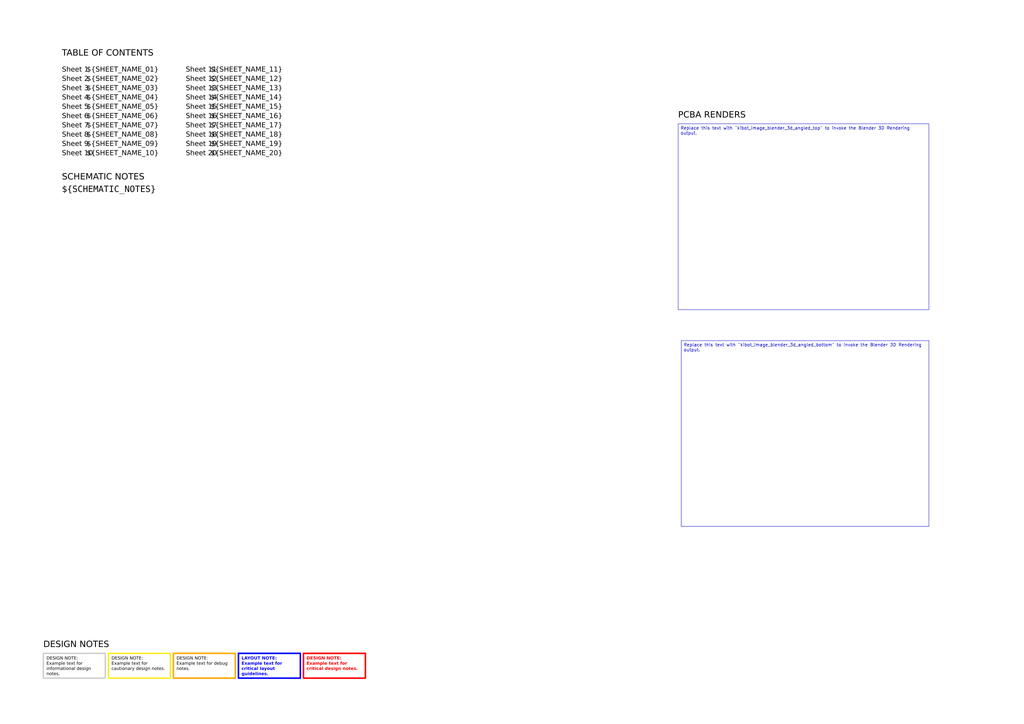
<source format=kicad_sch>
(kicad_sch
	(version 20250114)
	(generator "eeschema")
	(generator_version "9.0")
	(uuid "8bfb0b6c-9e3a-4761-bc1e-4eb40915aa0b")
	(paper "A3")
	(title_block
		(title "Title Page")
		(rev "${REVISION}")
		(company "${COMPANY}")
	)
	(lib_symbols)
	(text "${SHEET_NAME_10}"
		(exclude_from_sim no)
		(at 35.56 64.77 0)
		(effects
			(font
				(face "Arial Narrow")
				(size 2.032 2.032)
				(color 0 0 0 1)
			)
			(justify left bottom)
			(href "#10")
		)
		(uuid "0d8238a6-a26e-410a-a396-b84eb366acdd")
	)
	(text "Sheet 15"
		(exclude_from_sim no)
		(at 76.2 45.72 0)
		(effects
			(font
				(face "Arial Narrow")
				(size 2.032 2.032)
				(color 0 0 0 1)
			)
			(justify left bottom)
			(href "#15")
		)
		(uuid "12257cc1-f441-406a-b206-5f9f6abdae62")
	)
	(text "${SHEET_NAME_15}"
		(exclude_from_sim no)
		(at 86.36 45.72 0)
		(effects
			(font
				(face "Arial Narrow")
				(size 2.032 2.032)
				(color 0 0 0 1)
			)
			(justify left bottom)
			(href "#15")
		)
		(uuid "12cf5bc2-996e-4d2d-9d59-08f5928edc34")
	)
	(text "Sheet 16"
		(exclude_from_sim no)
		(at 76.2 49.53 0)
		(effects
			(font
				(face "Arial Narrow")
				(size 2.032 2.032)
				(color 0 0 0 1)
			)
			(justify left bottom)
			(href "#16")
		)
		(uuid "1f7fbefc-60b0-4ef1-a843-df27827f4a57")
	)
	(text "Sheet 11"
		(exclude_from_sim no)
		(at 76.2 30.48 0)
		(effects
			(font
				(face "Arial Narrow")
				(size 2.032 2.032)
				(color 0 0 0 1)
			)
			(justify left bottom)
			(href "#11")
		)
		(uuid "31c54666-5e5b-4c26-a755-807ffc9d912a")
	)
	(text "Sheet 19"
		(exclude_from_sim no)
		(at 76.2 60.96 0)
		(effects
			(font
				(face "Arial Narrow")
				(size 2.032 2.032)
				(color 0 0 0 1)
			)
			(justify left bottom)
			(href "#19")
		)
		(uuid "36a549fb-00fb-4d38-b358-b84e28b9afea")
	)
	(text "Sheet 17"
		(exclude_from_sim no)
		(at 76.2 53.34 0)
		(effects
			(font
				(face "Arial Narrow")
				(size 2.032 2.032)
				(color 0 0 0 1)
			)
			(justify left bottom)
			(href "#17")
		)
		(uuid "397c491c-915f-4dc9-be8f-a023d44ecaa4")
	)
	(text "Sheet 6"
		(exclude_from_sim no)
		(at 25.4 49.53 0)
		(effects
			(font
				(face "Arial Narrow")
				(size 2.032 2.032)
				(color 0 0 0 1)
			)
			(justify left bottom)
			(href "#6")
		)
		(uuid "3d430d38-1ba9-4a85-81eb-c55b6b4df09a")
	)
	(text "${SHEET_NAME_12}"
		(exclude_from_sim no)
		(at 86.36 34.29 0)
		(effects
			(font
				(face "Arial Narrow")
				(size 2.032 2.032)
				(color 0 0 0 1)
			)
			(justify left bottom)
			(href "#12")
		)
		(uuid "3e0737e6-d0e9-4d49-a0a1-2e7f24b692d4")
	)
	(text "${SHEET_NAME_19}"
		(exclude_from_sim no)
		(at 86.36 60.96 0)
		(effects
			(font
				(face "Arial Narrow")
				(size 2.032 2.032)
				(color 0 0 0 1)
			)
			(justify left bottom)
			(href "#19")
		)
		(uuid "4a4593ec-30ce-4058-b38e-4715dbb5513e")
	)
	(text "Sheet 3"
		(exclude_from_sim no)
		(at 25.4 38.1 0)
		(effects
			(font
				(face "Arial Narrow")
				(size 2.032 2.032)
				(color 0 0 0 1)
			)
			(justify left bottom)
			(href "#3")
		)
		(uuid "52c055ef-1235-44c3-bcc1-af0a77aeb5ec")
	)
	(text "${SHEET_NAME_07}"
		(exclude_from_sim no)
		(at 35.56 53.34 0)
		(effects
			(font
				(face "Arial Narrow")
				(size 2.032 2.032)
				(color 0 0 0 1)
			)
			(justify left bottom)
			(href "#7")
		)
		(uuid "52c1f26a-1bd8-46e4-8232-05acf4e428a5")
	)
	(text "Sheet 18"
		(exclude_from_sim no)
		(at 76.2 57.15 0)
		(effects
			(font
				(face "Arial Narrow")
				(size 2.032 2.032)
				(color 0 0 0 1)
			)
			(justify left bottom)
			(href "#18")
		)
		(uuid "58d3cb55-c0c9-4146-8f82-08b5635468c0")
	)
	(text "Sheet 1"
		(exclude_from_sim no)
		(at 25.4 30.48 0)
		(effects
			(font
				(face "Arial Narrow")
				(size 2.032 2.032)
				(color 0 0 0 1)
			)
			(justify left bottom)
			(href "#1")
		)
		(uuid "5ecc74bb-919a-476c-bd7f-9fecef959dfe")
	)
	(text "${SHEET_NAME_01}"
		(exclude_from_sim no)
		(at 35.56 30.48 0)
		(effects
			(font
				(face "Arial Narrow")
				(size 2.032 2.032)
				(color 0 0 0 1)
			)
			(justify left bottom)
			(href "#1")
		)
		(uuid "616a8d75-edc5-4fa1-b87d-1fabac30fcbc")
	)
	(text "${SHEET_NAME_02}"
		(exclude_from_sim no)
		(at 35.56 34.29 0)
		(effects
			(font
				(face "Arial Narrow")
				(size 2.032 2.032)
				(color 0 0 0 1)
			)
			(justify left bottom)
			(href "#2")
		)
		(uuid "6d436dbd-1cf6-4c61-b6c6-716b295a48a7")
	)
	(text "${SHEET_NAME_06}"
		(exclude_from_sim no)
		(at 35.56 49.53 0)
		(effects
			(font
				(face "Arial Narrow")
				(size 2.032 2.032)
				(color 0 0 0 1)
			)
			(justify left bottom)
			(href "#6")
		)
		(uuid "6d886c7c-2b93-4843-8180-1a80cc4028c0")
	)
	(text "${SHEET_NAME_03}"
		(exclude_from_sim no)
		(at 35.56 38.1 0)
		(effects
			(font
				(face "Arial Narrow")
				(size 2.032 2.032)
				(color 0 0 0 1)
			)
			(justify left bottom)
			(href "#3")
		)
		(uuid "6eebeec5-502b-4a22-851a-75421f457b86")
	)
	(text "${SHEET_NAME_18}"
		(exclude_from_sim no)
		(at 86.36 57.15 0)
		(effects
			(font
				(face "Arial Narrow")
				(size 2.032 2.032)
				(color 0 0 0 1)
			)
			(justify left bottom)
			(href "#18")
		)
		(uuid "74dfded3-150a-403d-bab4-4249652d2126")
	)
	(text "${SHEET_NAME_08}"
		(exclude_from_sim no)
		(at 35.56 57.15 0)
		(effects
			(font
				(face "Arial Narrow")
				(size 2.032 2.032)
				(color 0 0 0 1)
			)
			(justify left bottom)
			(href "#8")
		)
		(uuid "75704f4a-74dc-4dcc-9528-8e82f84cc12f")
	)
	(text "${SHEET_NAME_20}"
		(exclude_from_sim no)
		(at 86.36 64.77 0)
		(effects
			(font
				(face "Arial Narrow")
				(size 2.032 2.032)
				(color 0 0 0 1)
			)
			(justify left bottom)
			(href "#20")
		)
		(uuid "7ae381d0-130a-4840-8a49-73e0bcbe7b37")
	)
	(text "SCHEMATIC NOTES"
		(exclude_from_sim no)
		(at 25.4 74.93 0)
		(effects
			(font
				(face "Arial Narrow")
				(size 2.54 2.54)
				(color 0 0 0 1)
			)
			(justify left bottom)
		)
		(uuid "80cb4d06-1500-4227-86cb-d09e41384a4e")
	)
	(text "Sheet 12"
		(exclude_from_sim no)
		(at 76.2 34.29 0)
		(effects
			(font
				(face "Arial Narrow")
				(size 2.032 2.032)
				(color 0 0 0 1)
			)
			(justify left bottom)
			(href "#12")
		)
		(uuid "85c38101-b296-4cce-bd25-c66c8be77842")
	)
	(text "${SHEET_NAME_17}"
		(exclude_from_sim no)
		(at 86.36 53.34 0)
		(effects
			(font
				(face "Arial Narrow")
				(size 2.032 2.032)
				(color 0 0 0 1)
			)
			(justify left bottom)
			(href "#17")
		)
		(uuid "8710a76c-86f9-4860-91c6-f93270c02cbd")
	)
	(text "${SHEET_NAME_05}"
		(exclude_from_sim no)
		(at 35.56 45.72 0)
		(effects
			(font
				(face "Arial Narrow")
				(size 2.032 2.032)
				(color 0 0 0 1)
			)
			(justify left bottom)
			(href "#5")
		)
		(uuid "8b9e299c-61e8-461f-9708-e81c0cdde029")
	)
	(text "${SHEET_NAME_14}"
		(exclude_from_sim no)
		(at 86.36 41.91 0)
		(effects
			(font
				(face "Arial Narrow")
				(size 2.032 2.032)
				(color 0 0 0 1)
			)
			(justify left bottom)
			(href "#14")
		)
		(uuid "935d930b-82d5-4dd0-abb6-284a8acc2dbf")
	)
	(text "Sheet 4"
		(exclude_from_sim no)
		(at 25.4 41.91 0)
		(effects
			(font
				(face "Arial Narrow")
				(size 2.032 2.032)
				(color 0 0 0 1)
			)
			(justify left bottom)
			(href "#4")
		)
		(uuid "997bd171-a05d-4693-a8c9-79e57b1b96d8")
	)
	(text "PCBA RENDERS"
		(exclude_from_sim no)
		(at 278.13 49.53 0)
		(effects
			(font
				(face "Arial Narrow")
				(size 2.54 2.54)
				(color 0 0 0 1)
			)
			(justify left bottom)
		)
		(uuid "9b8b4979-e7c2-414c-ad6a-28d852f29a05")
	)
	(text "TABLE OF CONTENTS"
		(exclude_from_sim no)
		(at 25.4 24.13 0)
		(effects
			(font
				(face "Arial Narrow")
				(size 2.54 2.54)
				(color 0 0 0 1)
			)
			(justify left bottom)
		)
		(uuid "9d98cb42-7342-42e1-855a-da79d8cff176")
	)
	(text "${SHEET_NAME_11}"
		(exclude_from_sim no)
		(at 86.36 30.48 0)
		(effects
			(font
				(face "Arial Narrow")
				(size 2.032 2.032)
				(color 0 0 0 1)
			)
			(justify left bottom)
			(href "#11")
		)
		(uuid "a7b5ffea-9e37-4616-aa94-cbde595bf314")
	)
	(text "${SHEET_NAME_04}"
		(exclude_from_sim no)
		(at 35.56 41.91 0)
		(effects
			(font
				(face "Arial Narrow")
				(size 2.032 2.032)
				(color 0 0 0 1)
			)
			(justify left bottom)
			(href "#4")
		)
		(uuid "a8e92d65-a91a-4a60-ba8a-7ff3352ca6ef")
	)
	(text "${SHEET_NAME_16}"
		(exclude_from_sim no)
		(at 86.36 49.53 0)
		(effects
			(font
				(face "Arial Narrow")
				(size 2.032 2.032)
				(color 0 0 0 1)
			)
			(justify left bottom)
			(href "#16")
		)
		(uuid "b0c386ac-5568-40c4-a802-a92dd108fcd3")
	)
	(text "Sheet 14"
		(exclude_from_sim no)
		(at 76.2 41.91 0)
		(effects
			(font
				(face "Arial Narrow")
				(size 2.032 2.032)
				(color 0 0 0 1)
			)
			(justify left bottom)
			(href "#14")
		)
		(uuid "be0c7bf9-8a53-41a4-96c8-1b1cc07c8dd2")
	)
	(text "DESIGN NOTES"
		(exclude_from_sim no)
		(at 17.78 266.7 0)
		(effects
			(font
				(face "Arial Narrow")
				(size 2.54 2.54)
				(color 0 0 0 1)
			)
			(justify left bottom)
		)
		(uuid "be18267d-084e-44ca-8de9-8034fbb5679d")
	)
	(text "${SHEET_NAME_13}"
		(exclude_from_sim no)
		(at 86.36 38.1 0)
		(effects
			(font
				(face "Arial Narrow")
				(size 2.032 2.032)
				(color 0 0 0 1)
			)
			(justify left bottom)
			(href "#13")
		)
		(uuid "c2fbc0d5-399f-4475-89de-17f0eb981dd1")
	)
	(text "Sheet 5"
		(exclude_from_sim no)
		(at 25.4 45.72 0)
		(effects
			(font
				(face "Arial Narrow")
				(size 2.032 2.032)
				(color 0 0 0 1)
			)
			(justify left bottom)
			(href "#5")
		)
		(uuid "c3909cef-d271-4962-9737-86a97f208fbd")
	)
	(text "Sheet 9"
		(exclude_from_sim no)
		(at 25.4 60.96 0)
		(effects
			(font
				(face "Arial Narrow")
				(size 2.032 2.032)
				(color 0 0 0 1)
			)
			(justify left bottom)
			(href "#9")
		)
		(uuid "c6d60970-4975-4f0c-997a-bddd6955d8d5")
	)
	(text "Sheet 7"
		(exclude_from_sim no)
		(at 25.4 53.34 0)
		(effects
			(font
				(face "Arial Narrow")
				(size 2.032 2.032)
				(color 0 0 0 1)
			)
			(justify left bottom)
			(href "#7")
		)
		(uuid "c7798015-3d82-4040-957d-290b73c90188")
	)
	(text "Sheet 13"
		(exclude_from_sim no)
		(at 76.2 38.1 0)
		(effects
			(font
				(face "Arial Narrow")
				(size 2.032 2.032)
				(color 0 0 0 1)
			)
			(justify left bottom)
			(href "#13")
		)
		(uuid "d3561853-77cb-4a66-b906-e9a4cdb9d7b0")
	)
	(text "Sheet 10"
		(exclude_from_sim no)
		(at 25.4 64.77 0)
		(effects
			(font
				(face "Arial Narrow")
				(size 2.032 2.032)
				(color 0 0 0 1)
			)
			(justify left bottom)
			(href "#10")
		)
		(uuid "ddb8ef5d-af61-46a4-86f6-271c3fac1c00")
	)
	(text "Sheet 20"
		(exclude_from_sim no)
		(at 76.2 64.77 0)
		(effects
			(font
				(face "Arial Narrow")
				(size 2.032 2.032)
				(color 0 0 0 1)
			)
			(justify left bottom)
			(href "#20")
		)
		(uuid "de35d7f9-a7e7-4c50-9ffd-c89960ab2af3")
	)
	(text "Sheet 2"
		(exclude_from_sim no)
		(at 25.4 34.29 0)
		(effects
			(font
				(face "Arial Narrow")
				(size 2.032 2.032)
				(color 0 0 0 1)
			)
			(justify left bottom)
			(href "#2")
		)
		(uuid "eafb43cf-53a5-4310-be03-07b3a24c075e")
	)
	(text "${SHEET_NAME_09}"
		(exclude_from_sim no)
		(at 35.56 60.96 0)
		(effects
			(font
				(face "Arial Narrow")
				(size 2.032 2.032)
				(color 0 0 0 1)
			)
			(justify left bottom)
			(href "#9")
		)
		(uuid "f8903c8d-677e-478c-bc7b-8e6f4b0a6923")
	)
	(text "Sheet 8"
		(exclude_from_sim no)
		(at 25.4 57.15 0)
		(effects
			(font
				(face "Arial Narrow")
				(size 2.032 2.032)
				(color 0 0 0 1)
			)
			(justify left bottom)
			(href "#8")
		)
		(uuid "fff721b6-41b0-4009-b57e-54214f1ae51d")
	)
	(text_box "DESIGN NOTE:\nExample text for debug notes."
		(exclude_from_sim no)
		(at 71.12 267.97 0)
		(size 25.4 10.16)
		(margins 1.27 1.27 1.27 1.27)
		(stroke
			(width 0.635)
			(type solid)
			(color 255 165 0 1)
		)
		(fill
			(type none)
		)
		(effects
			(font
				(face "Arial")
				(size 1.27 1.27)
				(color 0 0 0 1)
			)
			(justify left top)
		)
		(uuid "56a6fee7-5c63-44e0-8b96-244e4ce15659")
	)
	(text_box "DESIGN NOTE:\nExample text for cautionary design notes."
		(exclude_from_sim no)
		(at 44.45 267.97 0)
		(size 25.4 10.16)
		(margins 1.27 1.27 1.27 1.27)
		(stroke
			(width 0.508)
			(type solid)
			(color 250 236 0 1)
		)
		(fill
			(type none)
		)
		(effects
			(font
				(face "Arial")
				(size 1.27 1.27)
				(color 0 0 0 1)
			)
			(justify left top)
		)
		(uuid "606d42aa-4355-4c3d-96b4-10778d0031a7")
	)
	(text_box "${SCHEMATIC_NOTES}"
		(exclude_from_sim no)
		(at 25.4 76.2 0)
		(size 127 152.4)
		(margins 0 0 0 0)
		(stroke
			(width -0.0001)
			(type solid)
		)
		(fill
			(type none)
		)
		(effects
			(font
				(face "Inconsolata")
				(size 2.54 2.54)
				(thickness 0.254)
				(color 0 0 0 1)
			)
			(justify left top)
		)
		(uuid "93470195-2585-4f38-8fd4-6a6d463aa451")
	)
	(text_box "Replace this text with \"kibot_image_blender_3d_angled_bottom\" to invoke the Blender 3D Rendering output."
		(exclude_from_sim no)
		(at 279.4 139.7 0)
		(size 101.6 76.2)
		(margins 0.9525 0.9525 0.9525 0.9525)
		(stroke
			(width 0)
			(type solid)
		)
		(fill
			(type none)
		)
		(effects
			(font
				(size 1.27 1.27)
			)
			(justify left top)
		)
		(uuid "bf1fa8e6-3d16-4dab-9141-73217f66d51f")
	)
	(text_box "LAYOUT NOTE:\nExample text for critical layout guidelines."
		(exclude_from_sim no)
		(at 97.79 267.97 0)
		(size 25.4 10.16)
		(margins 1.27 1.27 1.27 1.27)
		(stroke
			(width 0.635)
			(type solid)
			(color 0 0 255 1)
		)
		(fill
			(type none)
		)
		(effects
			(font
				(face "Arial")
				(size 1.27 1.27)
				(thickness 0.4)
				(bold yes)
				(color 0 0 255 1)
			)
			(justify left top)
		)
		(uuid "ce23ffec-a353-4172-bf8e-55b9d63592b6")
	)
	(text_box "DESIGN NOTE:\nExample text for critical design notes."
		(exclude_from_sim no)
		(at 124.46 267.97 0)
		(size 25.4 10.16)
		(margins 1.27 1.27 1.27 1.27)
		(stroke
			(width 0.635)
			(type solid)
			(color 255 0 0 1)
		)
		(fill
			(type none)
		)
		(effects
			(font
				(face "Arial")
				(size 1.27 1.27)
				(thickness 0.4)
				(bold yes)
				(color 255 0 0 1)
			)
			(justify left top)
		)
		(uuid "ee2ce514-b261-4f0a-9d2c-365116209738")
	)
	(text_box "Replace this text with \"kibot_image_blender_3d_angled_top\" to invoke the Blender 3D Rendering output."
		(exclude_from_sim no)
		(at 278.13 50.8 0)
		(size 102.87 76.2)
		(margins 0.9525 0.9525 0.9525 0.9525)
		(stroke
			(width 0)
			(type solid)
		)
		(fill
			(type none)
		)
		(effects
			(font
				(size 1.27 1.27)
			)
			(justify left top)
		)
		(uuid "f1b74e04-bfcf-4140-95ea-db16e5a9780b")
	)
	(text_box "DESIGN NOTE:\nExample text for informational design notes."
		(exclude_from_sim no)
		(at 17.78 267.97 0)
		(size 25.4 10.16)
		(margins 1.27 1.27 1.27 1.27)
		(stroke
			(width 0.508)
			(type solid)
			(color 200 200 200 1)
		)
		(fill
			(type none)
		)
		(effects
			(font
				(face "Arial")
				(size 1.27 1.27)
				(color 0 0 0 1)
			)
			(justify left top)
		)
		(uuid "f455215d-ebdc-4ea9-9798-407046434784")
	)
	(sheet
		(at 280.67 307.34)
		(size 27.94 7.62)
		(exclude_from_sim no)
		(in_bom yes)
		(on_board yes)
		(dnp no)
		(fields_autoplaced yes)
		(stroke
			(width 0.1524)
			(type solid)
		)
		(fill
			(color 0 0 0 0.0000)
		)
		(uuid "28ad8293-baaf-4ee1-8056-ad34096542a0")
		(property "Sheetname" "Block Diagram"
			(at 280.67 306.6284 0)
			(effects
				(font
					(size 1.27 1.27)
				)
				(justify left bottom)
			)
		)
		(property "Sheetfile" "sheets/Block_Diagram.kicad_sch"
			(at 280.67 315.5446 0)
			(effects
				(font
					(size 1.27 1.27)
				)
				(justify left top)
			)
		)
		(instances
			(project "Asymworks_Template"
				(path "/8bfb0b6c-9e3a-4761-bc1e-4eb40915aa0b"
					(page "2")
				)
			)
		)
	)
	(sheet
		(at 322.58 307.34)
		(size 27.94 7.62)
		(exclude_from_sim no)
		(in_bom yes)
		(on_board yes)
		(dnp no)
		(fields_autoplaced yes)
		(stroke
			(width 0.1524)
			(type solid)
		)
		(fill
			(color 0 0 0 0.0000)
		)
		(uuid "f6afef58-d841-4ad6-baf9-746b0a35f011")
		(property "Sheetname" "Project Architecture"
			(at 322.58 306.6284 0)
			(effects
				(font
					(size 1.27 1.27)
				)
				(justify left bottom)
			)
		)
		(property "Sheetfile" "sheets/Architecture.kicad_sch"
			(at 322.58 315.5446 0)
			(effects
				(font
					(size 1.27 1.27)
				)
				(justify left top)
			)
		)
		(instances
			(project "Asymworks_Template"
				(path "/8bfb0b6c-9e3a-4761-bc1e-4eb40915aa0b"
					(page "3")
				)
			)
		)
	)
	(sheet_instances
		(path "/"
			(page "1")
		)
	)
	(embedded_fonts no)
	(embedded_files
		(file
			(name "Asymworks_SCH.kicad_wks")
			(type worksheet)
			(data |KLUv/WDBHEUnAGZwkyfwsOgB+FDFmiD3lqIi+C74plZ6LHe96wNcyhfCWNApSrPAM1BuoSGIAIQA
				igA1929yYyzFxVc/ne1zOPeCgdn7XnN1cue2N8a+O9c8No1ok7QzvnL2PP2cy+bLY87N+Vo6N280
				FbvXtmrwxbFy5rEB+ZrrTcZUi7cVG5Dt9WfULF98fjgcAB2K/Jlr9LEefHPFvIV1nsY3X/jtax4O
				gIHovQfdedtbM/wVDwdANmFhYa5LnXgEkWuxn7t88RWCB0FZqFRUpCcLVEU5TJT4JgRFslEqaRSb
				fBJ6Dl+7O9dc5O10vq0SgsfRfBYdbNRl8zefa/TJJjHGGPiz/UtjZGrOKCSk95MwXLazWCzuwYfD
				3sxr6Z3dzvOezhefLVk6KL2dxLjAF1vz9Z3H+C2+l4y1a/dMXC5m6cdykUqKWBUKYZNdkc4VwfmM
				HhuVEGtqqCrKTYhXpEplTZU0SSYKhd5mvnLVn12PPcVfNEkkg4pG+th1gWZsUaRMDhZEMqASnHZ8
				M5ozwglfgxsBnbm9EaAh4DCCGuwJ8/+moi2CpslCxIPeYIwVBopiUE0QaE5/Hd3xxe5FOgotLsbX
				pLGrYunpv1yZAANUPnefzjXotcdG/dmFxnzWACEpUJiqSqLO+ZsgUNUUwdfi82c1NfsozuZgtDdf
				6062KMaovUlSoSoQatFzrdDIG+QOncoHTcpUoNAwsRAeIA5dcxm1uEGZGCSGOe2tWa14CoTfwqGY
				tMZWiwtDoITazKgV55r0Y/UggqDmnlSQJpOEOogYVFaBGKCBsUKoSEYKCpJkmAPxCDGMUOmY9b9Y
				BGh7r2hMnqK242fOaqINra6qJ0D6qdcqw+/0Sw7Xkhc4osYQvBojsdtEp3BzzCETEbaXTtfv+la7
				dHleONlTKomTqlljV9NFR+2VYLbIjHkhZOxmbSAssUToJCjLELGifUFwagqUXd4roKxn4RnWHYoO
				jnvJgSRGYuN0rBmWYHD8vjYHZ+MCIRBgCtq/cKobeWmeaFZUwncirtp9fcI6oKWiCReDrD9NZgzh
				v9HvScdIL/WXJoYPsw0vs4GI7elhFx1+yw7kQ2S6et5Ga3dITIQnF3I+eQT/TqJijMMOmqctfPAz
				JY9TxooS+WLnSRqfZGAu8JyqECfQqQB21HVL9iTZOR3iMkeHOR2edUgNyJOnLTfUA5vOKPeRGiKP
				v4RwCn3gOpUQ+Kj3uCQIRAxaBuyG5jW19sb4UIlFDNMAzjeyxnKivKIPN6mHFw1U4gT5tdrBCQJS
				K8P5KOi3KbN4VBBrnm8dwezosxvArI6BCaRhSRwDDYwphFIYqnQzeOcSKK+LXLdDCRygJN8q1K0D
				DpHhXWq7YSYSR6sSj9c8edkmFkLHGgo2wIq1Qo0HxIg0wB5Ad9L2UIAY2Qdu3IkT0qsi35+ItQPE
				XENBk3NSANPYlndRZG30mlMKN6zJ13IYj7iWQ2G6/kZH35sWw8x1IoEbFr4kn/qNwSNBDQL0DBNc
				QUwsSBxPn6D0QaAkHOCUqRm/Yh6aLI0g/omcqRzFv047+yLJla/2tdW/vHBZDbJ8okLNIenWJlZE
				OBAX4RVCU5EXA427n3lEKTd8YXtfFB6jZr4ktMh4Bfwd6BpHua5DdNvEevjDVHR9jKP5qnFyV5PR
				iO6N7/FVNzEbH0YV|
			)
			(checksum "B1BB6376E1D9DA80DB045BB70219177D")
		)
	)
)

</source>
